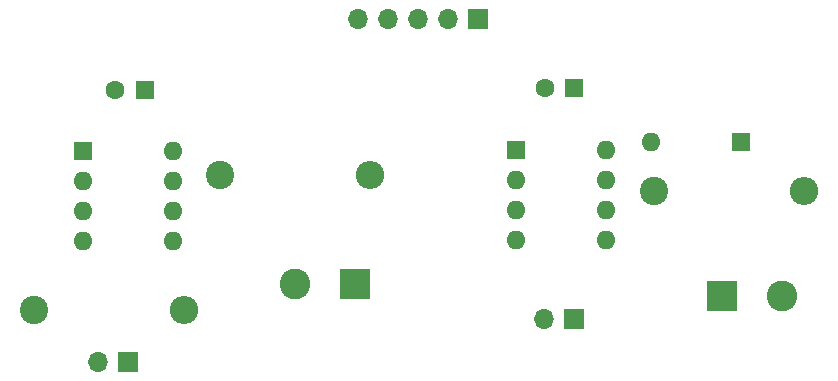
<source format=gbr>
%TF.GenerationSoftware,KiCad,Pcbnew,8.0.6*%
%TF.CreationDate,2024-10-18T13:49:23-03:00*%
%TF.ProjectId,Arduino-inductance-meter,41726475-696e-46f2-9d69-6e6475637461,rev?*%
%TF.SameCoordinates,Original*%
%TF.FileFunction,Soldermask,Bot*%
%TF.FilePolarity,Negative*%
%FSLAX46Y46*%
G04 Gerber Fmt 4.6, Leading zero omitted, Abs format (unit mm)*
G04 Created by KiCad (PCBNEW 8.0.6) date 2024-10-18 13:49:23*
%MOMM*%
%LPD*%
G01*
G04 APERTURE LIST*
%ADD10R,1.600000X1.600000*%
%ADD11O,1.600000X1.600000*%
%ADD12C,2.400000*%
%ADD13O,2.400000X2.400000*%
%ADD14R,1.700000X1.700000*%
%ADD15O,1.700000X1.700000*%
%ADD16C,1.600000*%
%ADD17R,2.600000X2.600000*%
%ADD18C,2.600000*%
G04 APERTURE END LIST*
D10*
%TO.C,U2*%
X156580000Y-58050000D03*
D11*
X156580000Y-60590000D03*
X156580000Y-63130000D03*
X156580000Y-65670000D03*
X164200000Y-65670000D03*
X164200000Y-63130000D03*
X164200000Y-60590000D03*
X164200000Y-58050000D03*
%TD*%
D12*
%TO.C,R2*%
X168200000Y-61500000D03*
D13*
X180900000Y-61500000D03*
%TD*%
D14*
%TO.C,J5*%
X161475000Y-72380000D03*
D15*
X158935000Y-72380000D03*
%TD*%
D10*
%TO.C,C6*%
X161500000Y-52800000D03*
D16*
X159000000Y-52800000D03*
%TD*%
D10*
%TO.C,C3*%
X125100000Y-53000000D03*
D16*
X122600000Y-53000000D03*
%TD*%
D17*
%TO.C,J3*%
X142945000Y-69400000D03*
D18*
X137865000Y-69400000D03*
%TD*%
D10*
%TO.C,U1*%
X119880000Y-58180000D03*
D11*
X119880000Y-60720000D03*
X119880000Y-63260000D03*
X119880000Y-65800000D03*
X127500000Y-65800000D03*
X127500000Y-63260000D03*
X127500000Y-60720000D03*
X127500000Y-58180000D03*
%TD*%
D17*
%TO.C,J4*%
X174005000Y-70450000D03*
D18*
X179085000Y-70450000D03*
%TD*%
D14*
%TO.C,J2*%
X123725000Y-76000000D03*
D15*
X121185000Y-76000000D03*
%TD*%
D14*
%TO.C,J1*%
X153340000Y-47000000D03*
D15*
X150800000Y-47000000D03*
X148260000Y-47000000D03*
X145720000Y-47000000D03*
X143180000Y-47000000D03*
%TD*%
D10*
%TO.C,D1*%
X175560000Y-57350000D03*
D11*
X167940000Y-57350000D03*
%TD*%
D12*
%TO.C,R3*%
X131500000Y-60200000D03*
D13*
X144200000Y-60200000D03*
%TD*%
D12*
%TO.C,R4*%
X115750000Y-71600000D03*
D13*
X128450000Y-71600000D03*
%TD*%
M02*

</source>
